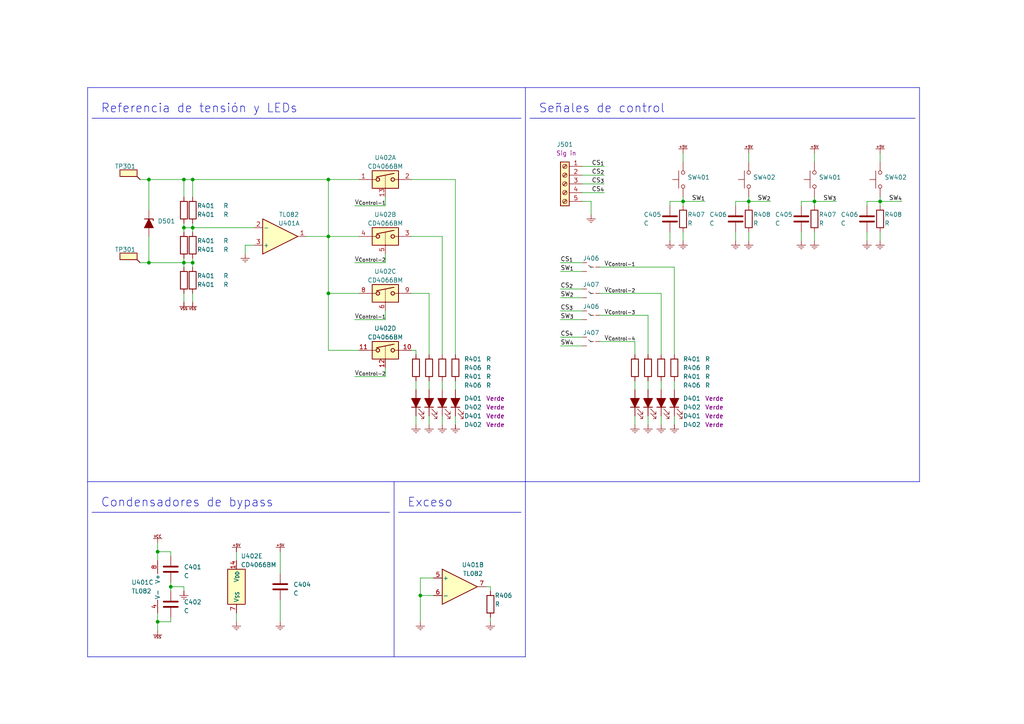
<source format=kicad_sch>
(kicad_sch (version 20230121) (generator eeschema)
  (paper "A4")
  (title_block (title "EQM Lab PCB - 1") (date "2023-04-14") (rev "V0.1-Alpha") (company "JSM - ETSE-UV") (comment 1 "Referencia de tensión y LEDs"))
  (lib_symbols
    (symbol "Amplifier_Operational:TL082" (pin_names (offset 0.127))
      (property "Reference" "U" (at 0 5.08 0))
      (property "Value" "TL082" (at 0 -5.08 0))
      (symbol "TL082_1_1"
        (polyline (pts (xy -5.08 5.08) (xy 5.08 0) (xy -5.08 -5.08) (xy -5.08 5.08)) (stroke (width 0.254)) (fill (type background)))
        (pin output line (at 7.62 0 180) (length 2.54) (name "~") (number "1"))
        (pin input line (at -7.62 -2.54 0) (length 2.54) (name "-") (number "2"))
        (pin input line (at -7.62 2.54 0) (length 2.54) (name "+") (number "3"))
      )
      (symbol "TL082_2_1"
        (polyline (pts (xy -5.08 5.08) (xy 5.08 0) (xy -5.08 -5.08) (xy -5.08 5.08)) (stroke (width 0.254)) (fill (type background)))
        (pin input line (at -7.62 2.54 0) (length 2.54) (name "+") (number "5"))
        (pin input line (at -7.62 -2.54 0) (length 2.54) (name "-") (number "6"))
        (pin output line (at 7.62 0 180) (length 2.54) (name "~") (number "7"))
      )
      (symbol "TL082_3_1"
        (pin power_in line (at -2.54 -7.62 90) (length 3.81) (name "V-") (number "4"))
        (pin power_in line (at -2.54 7.62 270) (length 3.81) (name "V+") (number "8"))
      )
    )
    (symbol "Analog_Switch:CD4066BM"
      (property "Reference" "U" (at -5.08 3.81 0))
      (property "Value" "CD4066BM" (at 7.62 3.81 0))
      (symbol "CD4066BM_1_1"
        (rectangle (start -3.81 2.54) (end 3.81 -2.54) (stroke (width 0.254)) (fill (type background)))
        (circle (center -2.159 0) (radius 0.508) (stroke (width 0.254)))
        (polyline (pts (xy -5.08 0) (xy -2.794 0)))
        (polyline (pts (xy -2.54 0.762) (xy 2.54 1.778)) (stroke (width 0.254)))
        (polyline (pts (xy 0 -2.54) (xy 0 -2.032)))
        (polyline (pts (xy 0 -1.778) (xy 0 -1.524)))
        (polyline (pts (xy 0 -1.27) (xy 0 -1.016)))
        (polyline (pts (xy 0 -0.762) (xy 0 -0.508)))
        (polyline (pts (xy 0 -0.254) (xy 0 0)))
        (polyline (pts (xy 0 0.254) (xy 0 0.508)))
        (polyline (pts (xy 0 0.762) (xy 0 1.016)))
        (polyline (pts (xy 5.08 0) (xy 2.794 0)))
        (circle (center 2.159 0) (radius 0.508) (stroke (width 0.254)))
        (pin bidirectional line (at -7.62 0 0) (length 2.54) (name "~") (number "1"))
        (pin input line (at 0 -5.08 90) (length 2.54) (name "~") (number "13"))
        (pin bidirectional line (at 7.62 0 180) (length 2.54) (name "~") (number "2"))
      )
      (symbol "CD4066BM_2_1"
        (rectangle (start -3.81 2.54) (end 3.81 -2.54) (stroke (width 0.254)) (fill (type background)))
        (circle (center -2.159 0) (radius 0.508) (stroke (width 0.254)))
        (polyline (pts (xy -5.08 0) (xy -2.794 0)))
        (polyline (pts (xy -2.54 0.762) (xy 2.54 1.778)) (stroke (width 0.254)))
        (polyline (pts (xy 0 -2.54) (xy 0 -2.032)))
        (polyline (pts (xy 0 -1.778) (xy 0 -1.524)))
        (polyline (pts (xy 0 -1.27) (xy 0 -1.016)))
        (polyline (pts (xy 0 -0.762) (xy 0 -0.508)))
        (polyline (pts (xy 0 -0.254) (xy 0 0)))
        (polyline (pts (xy 0 0.254) (xy 0 0.508)))
        (polyline (pts (xy 0 0.762) (xy 0 1.016)))
        (polyline (pts (xy 5.08 0) (xy 2.794 0)))
        (circle (center 2.159 0) (radius 0.508) (stroke (width 0.254)))
        (pin bidirectional line (at 7.62 0 180) (length 2.54) (name "~") (number "3"))
        (pin bidirectional line (at -7.62 0 0) (length 2.54) (name "~") (number "4"))
        (pin input line (at 0 -5.08 90) (length 2.54) (name "~") (number "5"))
      )
      (symbol "CD4066BM_3_1"
        (rectangle (start -3.81 2.54) (end 3.81 -2.54) (stroke (width 0.254)) (fill (type background)))
        (circle (center -2.159 0) (radius 0.508) (stroke (width 0.254)))
        (polyline (pts (xy -5.08 0) (xy -2.794 0)))
        (polyline (pts (xy -2.54 0.762) (xy 2.54 1.778)) (stroke (width 0.254)))
        (polyline (pts (xy 0 -2.54) (xy 0 -2.032)))
        (polyline (pts (xy 0 -1.778) (xy 0 -1.524)))
        (polyline (pts (xy 0 -1.27) (xy 0 -1.016)))
        (polyline (pts (xy 0 -0.762) (xy 0 -0.508)))
        (polyline (pts (xy 0 -0.254) (xy 0 0)))
        (polyline (pts (xy 0 0.254) (xy 0 0.508)))
        (polyline (pts (xy 0 0.762) (xy 0 1.016)))
        (polyline (pts (xy 5.08 0) (xy 2.794 0)))
        (circle (center 2.159 0) (radius 0.508) (stroke (width 0.254)))
        (pin input line (at 0 -5.08 90) (length 2.54) (name "~") (number "6"))
        (pin bidirectional line (at -7.62 0 0) (length 2.54) (name "~") (number "8"))
        (pin bidirectional line (at 7.62 0 180) (length 2.54) (name "~") (number "9"))
      )
      (symbol "CD4066BM_4_1"
        (rectangle (start -3.81 2.54) (end 3.81 -2.54) (stroke (width 0.254)) (fill (type background)))
        (circle (center -2.159 0) (radius 0.508) (stroke (width 0.254)))
        (polyline (pts (xy -5.08 0) (xy -2.794 0)))
        (polyline (pts (xy -2.54 0.762) (xy 2.54 1.778)) (stroke (width 0.254)))
        (polyline (pts (xy 0 -2.54) (xy 0 -2.032)))
        (polyline (pts (xy 0 -1.778) (xy 0 -1.524)))
        (polyline (pts (xy 0 -1.27) (xy 0 -1.016)))
        (polyline (pts (xy 0 -0.762) (xy 0 -0.508)))
        (polyline (pts (xy 0 -0.254) (xy 0 0)))
        (polyline (pts (xy 0 0.254) (xy 0 0.508)))
        (polyline (pts (xy 0 0.762) (xy 0 1.016)))
        (polyline (pts (xy 5.08 0) (xy 2.794 0)))
        (circle (center 2.159 0) (radius 0.508) (stroke (width 0.254)))
        (pin bidirectional line (at 7.62 0 180) (length 2.54) (name "~") (number "10"))
        (pin bidirectional line (at -7.62 0 0) (length 2.54) (name "~") (number "11"))
        (pin input line (at 0 -5.08 90) (length 2.54) (name "~") (number "12"))
      )
      (symbol "CD4066BM_5_1"
        (rectangle (start -2.54 5.08) (end 2.54 -5.08) (stroke (width 0.254)) (fill (type background)))
        (pin power_in line (at 0 7.62 270) (length 2.54) (name "V_{DD}") (number "14"))
        (pin power_in line (at 0 -7.62 90) (length 2.54) (name "V_{SS}") (number "7"))
      )
    )
    (symbol "CPower:#GND" (power) (pin_numbers hide) (pin_names (offset 0) hide) (in_bom no) (on_board no)
      (symbol "#GND_0_0"
        (polyline (pts (xy -1.27 -1.27) (xy 1.27 -1.27)) (fill (type background)))
        (polyline (pts (xy -0.762 -1.778) (xy 0.762 -1.778)) (fill (type background)))
        (polyline (pts (xy -0.254 -2.286) (xy 0.254 -2.286)) (fill (type background)))
      )
      (symbol "#GND_1_1"
        (pin power_in line (at 0 0 270) (length 1.27) (name "GND") (number "1"))
      )
    )
    (symbol "CPower:#VSS" (power) (pin_numbers hide) (pin_names (offset 0) hide) (in_bom no) (on_board no)
      (symbol "#VSS_0_1"
        (polyline (pts (xy -1.27 1.27) (xy 1.27 1.27)))
      )
      (symbol "#VSS_1_1"
        (text "VSS" (at 0 1.905 0) (effects (font (size 0.75 0.75))))
        (pin power_in line (at 0 0 90) (length 1.27) (name "") (number ""))
      )
    )
    (symbol "CPower:+5V" (power) (pin_numbers hide) (pin_names (offset 0) hide) (in_bom no) (on_board no)
      (symbol "+5V_0_1"
        (polyline (pts (xy -1.27 0) (xy 1.27 0)))
      )
      (symbol "+5V_1_1"
        (text "+5V" (at 0 0.635 0) (effects (font (size 0.75 0.75))))
        (pin power_in line (at 0 -1.27 90) (length 1.27) (name "") (number ""))
      )
    )
    (symbol "CPower:VCC" (power) (pin_numbers hide) (pin_names (offset 0) hide) (in_bom no) (on_board no)
      (symbol "VCC_0_1"
        (polyline (pts (xy -1.27 0) (xy 1.27 0)))
      )
      (symbol "VCC_1_1"
        (text "VCC" (at 0 0.635 0) (effects (font (size 0.75 0.75))))
        (pin power_in line (at 0 -1.27 90) (length 1.27) (name "") (number ""))
      )
    )
    (symbol "Cmisc:Jumper_3" (pin_numbers hide) (pin_names (offset 0) hide)
      (property "Reference" "J" (at 1.27 -2.54 0))
      (symbol "Jumper_3_0_1"
        (polyline (pts (xy -0.762 0) (xy 0 0) (xy 0.762 0.508)))
      )
      (symbol "Jumper_3_1_1"
        (pin bidirectional line (at -2.54 0 0) (length 1.27) (name "") (number "1"))
        (pin bidirectional line (at 2.54 1.27 180) (length 1.27) (name "") (number "2"))
        (pin bidirectional line (at 2.54 -1.27 180) (length 1.27) (name "") (number "3"))
      )
    )
    (symbol "Connector:Screw_Terminal_01x05" (pin_names (offset 1.016) hide)
      (property "Reference" "J" (at 0 7.62 0))
      (property "Value" "Screw_Terminal_01x05" (at 0 -7.62 0))
      (symbol "Screw_Terminal_01x05_1_1"
        (rectangle (start -1.27 6.35) (end 1.27 -6.35) (stroke (width 0.254)) (fill (type background)))
        (circle (center 0 -5.08) (radius 0.635) (stroke (width 0.1524)))
        (circle (center 0 -2.54) (radius 0.635) (stroke (width 0.1524)))
        (polyline (pts (xy -0.5334 -4.7498) (xy 0.3302 -5.588)) (stroke (width 0.1524)))
        (polyline (pts (xy -0.5334 -2.2098) (xy 0.3302 -3.048)) (stroke (width 0.1524)))
        (polyline (pts (xy -0.5334 0.3302) (xy 0.3302 -0.508)) (stroke (width 0.1524)))
        (polyline (pts (xy -0.5334 2.8702) (xy 0.3302 2.032)) (stroke (width 0.1524)))
        (polyline (pts (xy -0.5334 5.4102) (xy 0.3302 4.572)) (stroke (width 0.1524)))
        (polyline (pts (xy -0.3556 -4.572) (xy 0.508 -5.4102)) (stroke (width 0.1524)))
        (polyline (pts (xy -0.3556 -2.032) (xy 0.508 -2.8702)) (stroke (width 0.1524)))
        (polyline (pts (xy -0.3556 0.508) (xy 0.508 -0.3302)) (stroke (width 0.1524)))
        (polyline (pts (xy -0.3556 3.048) (xy 0.508 2.2098)) (stroke (width 0.1524)))
        (polyline (pts (xy -0.3556 5.588) (xy 0.508 4.7498)) (stroke (width 0.1524)))
        (circle (center 0 0) (radius 0.635) (stroke (width 0.1524)))
        (circle (center 0 2.54) (radius 0.635) (stroke (width 0.1524)))
        (circle (center 0 5.08) (radius 0.635) (stroke (width 0.1524)))
        (pin passive line (at -5.08 5.08 0) (length 3.81) (name "Pin_1") (number "1"))
        (pin passive line (at -5.08 2.54 0) (length 3.81) (name "Pin_2") (number "2"))
        (pin passive line (at -5.08 0 0) (length 3.81) (name "Pin_3") (number "3"))
        (pin passive line (at -5.08 -2.54 0) (length 3.81) (name "Pin_4") (number "4"))
        (pin passive line (at -5.08 -5.08 0) (length 3.81) (name "Pin_5") (number "5"))
      )
    )
    (symbol "Connector:TestPoint_Flag" (pin_numbers hide) (pin_names (offset 0.762) hide)
      (property "Reference" "TP" (at 3.429 1.778 0))
      (property "Value" "TestPoint_Flag" (at 3.302 4.191 0))
      (symbol "TestPoint_Flag_0_1"
        (polyline (pts (xy 0 0) (xy 0.889 0.889)) (stroke (width 0.254)))
        (rectangle (start 0.889 2.794) (end 5.842 0.889) (stroke (width 0.254)) (fill (type background)))
      )
      (symbol "TestPoint_Flag_1_1"
        (pin passive line (at 0 0 90) (length 0) (name "1") (number "1"))
      )
    )
    (symbol "Device:C" (pin_numbers hide) (pin_names (offset 0.254))
      (property "Reference" "C" (at 0.635 2.54 0))
      (property "Value" "C" (at 0.635 -2.54 0))
      (symbol "C_0_1"
        (polyline (pts (xy -2.032 -0.762) (xy 2.032 -0.762)) (stroke (width 0.508)))
        (polyline (pts (xy -2.032 0.762) (xy 2.032 0.762)) (stroke (width 0.508)))
      )
      (symbol "C_1_1"
        (pin passive line (at 0 3.81 270) (length 2.794) (name "~") (number "1"))
        (pin passive line (at 0 -3.81 90) (length 2.794) (name "~") (number "2"))
      )
    )
    (symbol "Device:D_Zener_Filled" (pin_numbers hide) (pin_names (offset 1.016) hide)
      (property "Reference" "D" (at 0 2.54 0))
      (property "Value" "D_Zener_Filled" (at 0 -2.54 0))
      (symbol "D_Zener_Filled_0_1"
        (polyline (pts (xy 1.27 0) (xy -1.27 0)))
        (polyline (pts (xy -1.27 -1.27) (xy -1.27 1.27) (xy -0.762 1.27)) (stroke (width 0.254)))
        (polyline (pts (xy 1.27 -1.27) (xy 1.27 1.27) (xy -1.27 0) (xy 1.27 -1.27)) (stroke (width 0.254)) (fill (type outline)))
      )
      (symbol "D_Zener_Filled_1_1"
        (pin passive line (at -3.81 0 0) (length 2.54) (name "K") (number "1"))
        (pin passive line (at 3.81 0 180) (length 2.54) (name "A") (number "2"))
      )
    )
    (symbol "Device:LED_Filled" (pin_numbers hide) (pin_names (offset 1.016) hide)
      (property "Reference" "D" (at 0 2.54 0))
      (property "Value" "LED_Filled" (at 0 -2.54 0))
      (symbol "LED_Filled_0_1"
        (polyline (pts (xy -1.27 -1.27) (xy -1.27 1.27)) (stroke (width 0.254)))
        (polyline (pts (xy -1.27 0) (xy 1.27 0)))
        (polyline (pts (xy 1.27 -1.27) (xy 1.27 1.27) (xy -1.27 0) (xy 1.27 -1.27)) (stroke (width 0.254)) (fill (type outline)))
        (polyline (pts (xy -3.048 -0.762) (xy -4.572 -2.286) (xy -3.81 -2.286) (xy -4.572 -2.286) (xy -4.572 -1.524)))
        (polyline (pts (xy -1.778 -0.762) (xy -3.302 -2.286) (xy -2.54 -2.286) (xy -3.302 -2.286) (xy -3.302 -1.524)))
      )
      (symbol "LED_Filled_1_1"
        (pin passive line (at -3.81 0 0) (length 2.54) (name "K") (number "1"))
        (pin passive line (at 3.81 0 180) (length 2.54) (name "A") (number "2"))
      )
    )
    (symbol "Device:R" (pin_numbers hide) (pin_names (offset 0))
      (property "Reference" "R" (at 2.032 0 90))
      (property "Value" "R" (at 0 0 90))
      (symbol "R_0_1"
        (rectangle (start -1.016 -2.54) (end 1.016 2.54) (stroke (width 0.254)))
      )
      (symbol "R_1_1"
        (pin passive line (at 0 3.81 270) (length 1.27) (name "~") (number "1"))
        (pin passive line (at 0 -3.81 90) (length 1.27) (name "~") (number "2"))
      )
    )
    (symbol "Switch:SW_Push" (pin_numbers hide) (pin_names (offset 1.016) hide)
      (property "Reference" "SW" (at 1.27 2.54 0))
      (property "Value" "SW_Push" (at 0 -1.524 0))
      (symbol "SW_Push_0_1"
        (circle (center -2.032 0) (radius 0.508))
        (polyline (pts (xy 0 1.27) (xy 0 3.048)))
        (polyline (pts (xy 2.54 1.27) (xy -2.54 1.27)))
        (circle (center 2.032 0) (radius 0.508))
        (pin passive line (at -5.08 0 0) (length 2.54) (name "1") (number "1"))
        (pin passive line (at 5.08 0 180) (length 2.54) (name "2") (number "2"))
      )
    )
  )
  (junction (at 95.25 52.07))
  (junction (at 217.17 58.42))
  (junction (at 45.72 160.02))
  (junction (at 53.34 76.2))
  (junction (at 53.34 52.07))
  (junction (at 198.12 58.42))
  (junction (at 43.18 52.07))
  (junction (at 95.25 68.58))
  (junction (at 95.25 85.09))
  (junction (at 55.88 66.04))
  (junction (at 121.92 172.72))
  (junction (at 43.18 76.2))
  (junction (at 53.34 66.04))
  (junction (at 236.22 58.42))
  (junction (at 55.88 52.07))
  (junction (at 45.72 180.34))
  (junction (at 55.88 76.2))
  (junction (at 49.53 170.18))
  (junction (at 255.27 58.42))
  (wire (pts (xy 255.27 67.31) (xy 255.27 69.85)))
  (wire (pts (xy 121.92 172.72) (xy 121.92 180.34)))
  (wire (pts (xy 88.9 68.58) (xy 95.25 68.58)))
  (polyline (pts (xy 25.4 139.7) (xy 266.7 139.7)))
  (wire (pts (xy 142.24 170.18) (xy 140.97 170.18)))
  (wire (pts (xy 213.36 59.69) (xy 213.36 58.42)))
  (wire (pts (xy 124.46 85.09) (xy 124.46 102.87)))
  (wire (pts (xy 45.72 180.34) (xy 45.72 182.88)))
  (wire (pts (xy 53.34 66.04) (xy 55.88 66.04)))
  (wire (pts (xy 168.91 58.42) (xy 171.45 58.42)))
  (wire (pts (xy 162.56 86.36) (xy 168.91 86.36)))
  (wire (pts (xy 40.64 52.07) (xy 43.18 52.07)))
  (wire (pts (xy 195.58 120.65) (xy 195.58 123.19)))
  (wire (pts (xy 168.91 55.88) (xy 175.26 55.88)))
  (wire (pts (xy 194.31 67.31) (xy 194.31 69.85)))
  (wire (pts (xy 217.17 58.42) (xy 223.52 58.42)))
  (wire (pts (xy 168.91 48.26) (xy 175.26 48.26)))
  (wire (pts (xy 53.34 171.45) (xy 53.34 170.18)))
  (wire (pts (xy 49.53 161.29) (xy 49.53 160.02)))
  (wire (pts (xy 142.24 179.07) (xy 142.24 180.34)))
  (wire (pts (xy 198.12 58.42) (xy 198.12 59.69)))
  (polyline (pts (xy 152.4 190.5) (xy 152.4 139.7)))
  (wire (pts (xy 142.24 170.18) (xy 142.24 171.45)))
  (wire (pts (xy 171.45 58.42) (xy 171.45 62.23)))
  (wire (pts (xy 184.15 110.49) (xy 184.15 113.03)))
  (wire (pts (xy 55.88 76.2) (xy 55.88 77.47)))
  (wire (pts (xy 55.88 52.07) (xy 53.34 52.07)))
  (wire (pts (xy 173.99 91.44) (xy 187.96 91.44)))
  (wire (pts (xy 95.25 85.09) (xy 104.14 85.09)))
  (wire (pts (xy 255.27 58.42) (xy 255.27 59.69)))
  (wire (pts (xy 55.88 66.04) (xy 55.88 67.31)))
  (wire (pts (xy 55.88 52.07) (xy 55.88 57.15)))
  (wire (pts (xy 68.58 160.02) (xy 68.58 162.56)))
  (wire (pts (xy 128.27 110.49) (xy 128.27 113.03)))
  (wire (pts (xy 217.17 67.31) (xy 217.17 69.85)))
  (wire (pts (xy 104.14 68.58) (xy 95.25 68.58)))
  (wire (pts (xy 184.15 120.65) (xy 184.15 123.19)))
  (wire (pts (xy 173.99 99.06) (xy 184.15 99.06)))
  (wire (pts (xy 119.38 85.09) (xy 124.46 85.09)))
  (wire (pts (xy 124.46 120.65) (xy 124.46 123.19)))
  (wire (pts (xy 162.56 100.33) (xy 168.91 100.33)))
  (polyline (pts (xy 114.3 139.7) (xy 114.3 190.5)))
  (wire (pts (xy 124.46 110.49) (xy 124.46 113.03)))
  (wire (pts (xy 43.18 68.58) (xy 43.18 76.2)))
  (wire (pts (xy 128.27 68.58) (xy 128.27 102.87)))
  (wire (pts (xy 173.99 85.09) (xy 191.77 85.09)))
  (polyline (pts (xy 152.4 25.4) (xy 152.4 139.7)))
  (wire (pts (xy 111.76 57.15) (xy 111.76 59.69)))
  (wire (pts (xy 102.87 109.22) (xy 111.76 109.22)))
  (wire (pts (xy 191.77 85.09) (xy 191.77 102.87)))
  (wire (pts (xy 187.96 91.44) (xy 187.96 102.87)))
  (wire (pts (xy 217.17 44.45) (xy 217.17 46.99)))
  (wire (pts (xy 53.34 76.2) (xy 53.34 74.93)))
  (wire (pts (xy 121.92 167.64) (xy 121.92 172.72)))
  (wire (pts (xy 95.25 101.6) (xy 104.14 101.6)))
  (wire (pts (xy 53.34 66.04) (xy 53.34 67.31)))
  (wire (pts (xy 43.18 76.2) (xy 53.34 76.2)))
  (wire (pts (xy 43.18 52.07) (xy 43.18 60.96)))
  (wire (pts (xy 49.53 180.34) (xy 49.53 179.07)))
  (wire (pts (xy 111.76 106.68) (xy 111.76 109.22)))
  (wire (pts (xy 168.91 92.71) (xy 162.56 92.71)))
  (wire (pts (xy 198.12 67.31) (xy 198.12 69.85)))
  (wire (pts (xy 168.91 76.2) (xy 162.56 76.2)))
  (wire (pts (xy 81.28 173.99) (xy 81.28 180.34)))
  (polyline (pts (xy 266.7 139.7) (xy 266.7 25.4)))
  (wire (pts (xy 111.76 73.66) (xy 111.76 76.2)))
  (wire (pts (xy 195.58 77.47) (xy 195.58 102.87)))
  (wire (pts (xy 53.34 85.09) (xy 53.34 87.63)))
  (wire (pts (xy 45.72 157.48) (xy 45.72 160.02)))
  (polyline (pts (xy 26.67 34.29) (xy 151.13 34.29)))
  (wire (pts (xy 95.25 52.07) (xy 55.88 52.07)))
  (wire (pts (xy 132.08 52.07) (xy 132.08 102.87)))
  (wire (pts (xy 194.31 58.42) (xy 198.12 58.42)))
  (wire (pts (xy 104.14 52.07) (xy 95.25 52.07)))
  (wire (pts (xy 191.77 120.65) (xy 191.77 123.19)))
  (wire (pts (xy 187.96 110.49) (xy 187.96 113.03)))
  (wire (pts (xy 195.58 110.49) (xy 195.58 113.03)))
  (wire (pts (xy 198.12 58.42) (xy 204.47 58.42)))
  (wire (pts (xy 168.91 90.17) (xy 162.56 90.17)))
  (wire (pts (xy 68.58 177.8) (xy 68.58 180.34)))
  (wire (pts (xy 198.12 44.45) (xy 198.12 46.99)))
  (wire (pts (xy 168.91 50.8) (xy 175.26 50.8)))
  (wire (pts (xy 53.34 76.2) (xy 55.88 76.2)))
  (wire (pts (xy 213.36 58.42) (xy 217.17 58.42)))
  (polyline (pts (xy 25.4 139.7) (xy 25.4 190.5)))
  (wire (pts (xy 162.56 97.79) (xy 168.91 97.79)))
  (wire (pts (xy 53.34 64.77) (xy 53.34 66.04)))
  (wire (pts (xy 45.72 177.8) (xy 45.72 180.34)))
  (wire (pts (xy 102.87 92.71) (xy 111.76 92.71)))
  (wire (pts (xy 111.76 90.17) (xy 111.76 92.71)))
  (wire (pts (xy 71.12 71.12) (xy 73.66 71.12)))
  (wire (pts (xy 55.88 74.93) (xy 55.88 76.2)))
  (wire (pts (xy 49.53 170.18) (xy 49.53 171.45)))
  (wire (pts (xy 55.88 64.77) (xy 55.88 66.04)))
  (wire (pts (xy 255.27 44.45) (xy 255.27 46.99)))
  (wire (pts (xy 95.25 85.09) (xy 95.25 101.6)))
  (wire (pts (xy 255.27 58.42) (xy 261.62 58.42)))
  (wire (pts (xy 162.56 83.82) (xy 168.91 83.82)))
  (wire (pts (xy 102.87 76.2) (xy 111.76 76.2)))
  (wire (pts (xy 128.27 120.65) (xy 128.27 123.19)))
  (wire (pts (xy 232.41 58.42) (xy 236.22 58.42)))
  (wire (pts (xy 53.34 76.2) (xy 53.34 77.47)))
  (wire (pts (xy 236.22 44.45) (xy 236.22 46.99)))
  (wire (pts (xy 121.92 172.72) (xy 125.73 172.72)))
  (wire (pts (xy 232.41 59.69) (xy 232.41 58.42)))
  (wire (pts (xy 255.27 57.15) (xy 255.27 58.42)))
  (wire (pts (xy 81.28 160.02) (xy 81.28 166.37)))
  (wire (pts (xy 95.25 68.58) (xy 95.25 85.09)))
  (wire (pts (xy 120.65 120.65) (xy 120.65 123.19)))
  (wire (pts (xy 55.88 85.09) (xy 55.88 87.63)))
  (polyline (pts (xy 265.43 34.29) (xy 153.67 34.29)))
  (wire (pts (xy 236.22 57.15) (xy 236.22 58.42)))
  (wire (pts (xy 53.34 52.07) (xy 43.18 52.07)))
  (wire (pts (xy 168.91 78.74) (xy 162.56 78.74)))
  (wire (pts (xy 120.65 110.49) (xy 120.65 113.03)))
  (wire (pts (xy 40.64 76.2) (xy 43.18 76.2)))
  (wire (pts (xy 217.17 58.42) (xy 217.17 59.69)))
  (wire (pts (xy 95.25 52.07) (xy 95.25 68.58)))
  (wire (pts (xy 55.88 66.04) (xy 73.66 66.04)))
  (wire (pts (xy 132.08 120.65) (xy 132.08 123.19)))
  (wire (pts (xy 173.99 77.47) (xy 195.58 77.47)))
  (wire (pts (xy 187.96 120.65) (xy 187.96 123.19)))
  (wire (pts (xy 191.77 110.49) (xy 191.77 113.03)))
  (wire (pts (xy 194.31 59.69) (xy 194.31 58.42)))
  (wire (pts (xy 232.41 67.31) (xy 232.41 69.85)))
  (polyline (pts (xy 26.67 148.59) (xy 113.03 148.59)))
  (polyline (pts (xy 115.57 148.59) (xy 151.13 148.59)))
  (polyline (pts (xy 25.4 25.4) (xy 25.4 139.7)))
  (wire (pts (xy 53.34 52.07) (xy 53.34 57.15)))
  (wire (pts (xy 213.36 67.31) (xy 213.36 69.85)))
  (wire (pts (xy 45.72 160.02) (xy 45.72 162.56)))
  (wire (pts (xy 251.46 59.69) (xy 251.46 58.42)))
  (wire (pts (xy 236.22 58.42) (xy 236.22 59.69)))
  (wire (pts (xy 198.12 57.15) (xy 198.12 58.42)))
  (wire (pts (xy 251.46 67.31) (xy 251.46 69.85)))
  (wire (pts (xy 236.22 58.42) (xy 242.57 58.42)))
  (wire (pts (xy 49.53 160.02) (xy 45.72 160.02)))
  (wire (pts (xy 132.08 110.49) (xy 132.08 113.03)))
  (wire (pts (xy 184.15 99.06) (xy 184.15 102.87)))
  (wire (pts (xy 251.46 58.42) (xy 255.27 58.42)))
  (wire (pts (xy 53.34 170.18) (xy 49.53 170.18)))
  (wire (pts (xy 102.87 59.69) (xy 111.76 59.69)))
  (wire (pts (xy 49.53 168.91) (xy 49.53 170.18)))
  (polyline (pts (xy 25.4 25.4) (xy 266.7 25.4)))
  (wire (pts (xy 236.22 67.31) (xy 236.22 69.85)))
  (wire (pts (xy 119.38 101.6) (xy 120.65 101.6)))
  (wire (pts (xy 217.17 57.15) (xy 217.17 58.42)))
  (polyline (pts (xy 25.4 190.5) (xy 152.4 190.5)))
  (wire (pts (xy 168.91 53.34) (xy 175.26 53.34)))
  (wire (pts (xy 120.65 101.6) (xy 120.65 102.87)))
  (wire (pts (xy 71.12 73.66) (xy 71.12 71.12)))
  (wire (pts (xy 119.38 68.58) (xy 128.27 68.58)))
  (wire (pts (xy 119.38 52.07) (xy 132.08 52.07)))
  (wire (pts (xy 45.72 180.34) (xy 49.53 180.34)))
  (wire (pts (xy 121.92 167.64) (xy 125.73 167.64)))
  (text "Condensadores de bypass" (at 29.21 147.32 0) (effects (font (size 2.54 2.54)) (justify left bottom)))
  (text "Referencia de tensión y LEDs" (at 29.21 33.02 0) (effects (font (size 2.54 2.54)) (justify left bottom)))
  (text "Señales de control" (at 156.21 33.02 0) (effects (font (size 2.54 2.54)) (justify left bottom)))
  (text "Exceso" (at 118.11 147.32 0) (effects (font (size 2.54 2.54)) (justify left bottom)))
  (label "V_{Control-4}" (at 175.26 99.06 0))
  (label "V_{Control-2}" (at 102.87 109.22 0))
  (label "CS_{2}" (at 162.56 83.82 0))
  (label "SW_{2}" (at 162.56 86.36 0))
  (label "SW_{3}" (at 242.57 58.42 180))
  (label "CS_{1}" (at 175.26 48.26 180))
  (label "V_{Control-1}" (at 175.26 77.47 0))
  (label "SW_{1}" (at 162.56 78.74 0))
  (label "V_{Control-2}" (at 175.26 85.09 0))
  (label "SW_{2}" (at 223.52 58.42 180))
  (label "V_{Control-3}" (at 175.26 91.44 0))
  (label "CS_{1}" (at 162.56 76.2 0))
  (label "V_{Control-1}" (at 102.87 59.69 0))
  (label "CS_{4}" (at 162.56 97.79 0))
  (label "SW_{3}" (at 162.56 92.71 0))
  (label "CS_{2}" (at 175.26 50.8 180))
  (label "V_{Control-2}" (at 102.87 76.2 0))
  (label "SW_{1}" (at 204.47 58.42 180))
  (label "CS_{3}" (at 162.56 90.17 0))
  (label "CS_{4}" (at 175.26 55.88 180))
  (label "V_{Control-1}" (at 102.87 92.71 0))
  (label "SW_{4}" (at 261.62 58.42 180))
  (label "SW_{4}" (at 162.56 100.33 0))
  (label "CS_{3}" (at 175.26 53.34 180))
  (symbol (lib_id "Device:C") (at 232.41 63.5 0) (unit 1)
    (property "Reference" "C405" (at 224.79 62.23 0) (effects (justify left)))
    (property "Value" "C" (at 224.79 64.77 0) (effects (justify left)))
    (instances (project "EQM_1" (path "" (reference "C405") (unit 1)) (path "" (reference "C503") (unit 1))))
  )
  (symbol (lib_id "CPower:#VSS") (at 53.34 87.63 180) (unit 1) (in_bom no) (on_board no)
    (property "Reference" "#VSS0401" (effects hide))
    (property "Value" "#VSS" (effects hide))
    (instances (project "EQM_1" (path "" (reference "#VSS0401") (unit 1)) (path "" (reference "#VSS0501") (unit 1))))
  )
  (symbol (lib_id "Cmisc:Jumper_3") (at 171.45 99.06 0) (mirror y) (unit 1)
    (property "Reference" "J407" (at 171.45 96.52 0))
    (property "Value" "~" (at 171.45 99.06 0))
    (instances (project "EQM_1" (path "" (reference "J407") (unit 1)) (path "" (reference "J505") (unit 1))))
  )
  (symbol (lib_id "Device:R") (at 217.17 63.5 0) (unit 1)
    (property "Reference" "R408" (at 220.98 62.23 0))
    (property "Value" "R" (at 218.44 64.77 0) (effects (justify left)))
    (instances (project "EQM_1" (path "" (reference "R408") (unit 1)) (path "" (reference "R504") (unit 1))))
  )
  (symbol (lib_id "Switch:SW_Push") (at 198.12 52.07 90) (unit 1)
    (property "Reference" "SW401" (at 199.39 51.435 90) (effects (justify right)))
    (property "Value" "SW_Push" (effects hide))
    (instances (project "EQM_1" (path "" (reference "SW401") (unit 1)) (path "" (reference "SW501") (unit 1))))
  )
  (symbol (lib_id "Device:R") (at 53.34 71.12 0) (unit 1)
    (property "Reference" "R401" (at 59.69 69.85 0))
    (property "Value" "R" (at 64.77 69.85 0) (effects (justify left)))
    (instances (project "EQM_1" (path "" (reference "R401") (unit 1)) (path "" (reference "R507") (unit 1))))
  )
  (symbol (lib_id "Amplifier_Operational:TL082") (at 81.28 68.58 0) (mirror x) (unit 1)
    (property "Reference" "U401" (at 83.82 64.77 0))
    (property "Value" "TL082" (at 83.82 62.23 0))
    (property "Datasheet" "http://www.ti.com/lit/ds/symlink/tl081.pdf" (effects hide))
    (instances (project "EQM_1" (path "" (reference "U401") (unit 1)) (path "" (reference "U502") (unit 1))))
  )
  (symbol (lib_id "Device:C") (at 49.53 165.1 0) (unit 1)
    (property "Reference" "C401" (at 53.34 164.465 0) (effects (justify left)))
    (property "Value" "C" (at 53.34 167.005 0) (effects (justify left)))
    (instances (project "EQM_1" (path "" (reference "C401") (unit 1)) (path "" (reference "C505") (unit 1))))
  )
  (symbol (lib_id "Device:R") (at 124.46 106.68 0) (unit 1)
    (property "Reference" "R406" (at 137.16 106.68 0))
    (property "Value" "R" (at 140.97 106.68 0) (effects (justify left)))
    (instances (project "EQM_1" (path "" (reference "R406") (unit 1)) (path "" (reference "R512") (unit 1))))
  )
  (symbol (lib_id "CPower:#GND") (at 255.27 69.85 0) (unit 1) (in_bom no) (on_board no)
    (property "Reference" "gnd0415" (effects hide))
    (property "Value" "#GND" (effects hide))
    (instances (project "EQM_1" (path "" (reference "gnd0415") (unit 1)) (path "" (reference "#gnd0509") (unit 1))))
  )
  (symbol (lib_id "CPower:#GND") (at 81.28 180.34 0) (unit 1) (in_bom no) (on_board no)
    (property "Reference" "gnd0408" (effects hide))
    (property "Value" "#GND" (effects hide))
    (instances (project "EQM_1" (path "" (reference "gnd0408") (unit 1)) (path "" (reference "#gnd0521") (unit 1))))
  )
  (symbol (lib_id "Device:LED_Filled") (at 195.58 116.84 90) (unit 1)
    (property "Reference" "D402" (at 198.12 123.19 90) (effects (justify right)))
    (property "Value" "LED_Filled" (effects hide))
    (property "Color" "Verde" (at 204.47 123.19 90) (effects (justify right)))
    (instances (project "EQM_1" (path "" (reference "D402") (unit 1)) (path "" (reference "D509") (unit 1))))
  )
  (symbol (lib_id "CPower:#GND") (at 71.12 73.66 0) (unit 1) (in_bom no) (on_board no)
    (property "Reference" "gnd0401" (effects hide))
    (property "Value" "#GND" (effects hide))
    (instances (project "EQM_1" (path "" (reference "gnd0401") (unit 1)) (path "" (reference "#gnd0510") (unit 1))))
  )
  (symbol (lib_id "Device:LED_Filled") (at 128.27 116.84 90) (unit 1)
    (property "Reference" "D401" (at 134.62 120.65 90) (effects (justify right)))
    (property "Value" "LED_Filled" (effects hide))
    (property "Color" "Verde" (at 140.97 120.65 90) (effects (justify right)))
    (instances (project "EQM_1" (path "" (reference "D401") (unit 1)) (path "" (reference "D504") (unit 1))))
  )
  (symbol (lib_id "CPower:+5V") (at 81.28 158.75 0) (unit 1) (in_bom no) (on_board no)
    (property "Reference" "#+5V0402" (effects hide))
    (property "Value" "+5V" (effects hide))
    (instances (project "EQM_1" (path "" (reference "#+5V0402") (unit 1)) (path "" (reference "#+5V0506") (unit 1))))
  )
  (symbol (lib_id "Device:LED_Filled") (at 191.77 116.84 90) (unit 1)
    (property "Reference" "D401" (at 198.12 120.65 90) (effects (justify right)))
    (property "Value" "LED_Filled" (effects hide))
    (property "Color" "Verde" (at 204.47 120.65 90) (effects (justify right)))
    (instances (project "EQM_1" (path "" (reference "D401") (unit 1)) (path "" (reference "D508") (unit 1))))
  )
  (symbol (lib_id "Device:R") (at 255.27 63.5 0) (unit 1)
    (property "Reference" "R408" (at 259.08 62.23 0))
    (property "Value" "R" (at 256.54 64.77 0) (effects (justify left)))
    (instances (project "EQM_1" (path "" (reference "R408") (unit 1)) (path "" (reference "R506") (unit 1))))
  )
  (symbol (lib_id "Device:R") (at 55.88 71.12 0) (unit 1)
    (property "Reference" "R401" (at 59.69 72.39 0))
    (property "Value" "R" (at 64.77 72.39 0) (effects (justify left)))
    (instances (project "EQM_1" (path "" (reference "R401") (unit 1)) (path "" (reference "R508") (unit 1))))
  )
  (symbol (lib_id "Device:R") (at 195.58 106.68 0) (unit 1)
    (property "Reference" "R406" (at 200.66 111.76 0))
    (property "Value" "R" (at 204.47 111.76 0) (effects (justify left)))
    (instances (project "EQM_1" (path "" (reference "R406") (unit 1)) (path "" (reference "R518") (unit 1))))
  )
  (symbol (lib_id "CPower:#GND") (at 120.65 123.19 0) (unit 1) (in_bom no) (on_board no)
    (property "Reference" "gnd0409" (effects hide))
    (property "Value" "#GND" (effects hide))
    (instances (project "EQM_1" (path "" (reference "gnd0409") (unit 1)) (path "" (reference "#gnd0511") (unit 1))))
  )
  (symbol (lib_id "CPower:#GND") (at 191.77 123.19 0) (unit 1) (in_bom no) (on_board no)
    (property "Reference" "gnd0409" (effects hide))
    (property "Value" "#GND" (effects hide))
    (instances (project "EQM_1" (path "" (reference "gnd0409") (unit 1)) (path "" (reference "#gnd0517") (unit 1))))
  )
  (symbol (lib_id "CPower:#GND") (at 128.27 123.19 0) (unit 1) (in_bom no) (on_board no)
    (property "Reference" "gnd0409" (effects hide))
    (property "Value" "#GND" (effects hide))
    (instances (project "EQM_1" (path "" (reference "gnd0409") (unit 1)) (path "" (reference "#gnd0513") (unit 1))))
  )
  (symbol (lib_id "Device:R") (at 128.27 106.68 0) (unit 1)
    (property "Reference" "R401" (at 137.16 109.22 0))
    (property "Value" "R" (at 140.97 109.22 0) (effects (justify left)))
    (instances (project "EQM_1" (path "" (reference "R401") (unit 1)) (path "" (reference "R513") (unit 1))))
  )
  (symbol (lib_id "Analog_Switch:CD4066BM") (at 111.76 101.6 0) (unit 4)
    (property "Reference" "U402" (at 111.76 95.25 0))
    (property "Value" "CD4066BM" (at 111.76 97.79 0))
    (property "Footprint" "Package_SO:SO-14_3.9x8.65mm_P1.27mm" (effects hide))
    (property "Datasheet" "https://www.ti.com/lit/ds/symlink/cd4066b.pdf" (effects hide))
    (instances (project "EQM_1" (path "" (reference "U402") (unit 4)) (path "" (reference "U501") (unit 4))))
  )
  (symbol (lib_id "Device:LED_Filled") (at 187.96 116.84 90) (unit 1)
    (property "Reference" "D402" (at 198.12 118.11 90) (effects (justify right)))
    (property "Value" "LED_Filled" (effects hide))
    (property "Color" "Verde" (at 204.47 118.11 90) (effects (justify right)))
    (instances (project "EQM_1" (path "" (reference "D402") (unit 1)) (path "" (reference "D507") (unit 1))))
  )
  (symbol (lib_id "Device:C") (at 81.28 170.18 0) (unit 1)
    (property "Reference" "C404" (at 85.09 169.545 0) (effects (justify left)))
    (property "Value" "C" (at 85.09 172.085 0) (effects (justify left)))
    (instances (project "EQM_1" (path "" (reference "C404") (unit 1)) (path "" (reference "C506") (unit 1))))
  )
  (symbol (lib_id "Device:R") (at 53.34 60.96 0) (unit 1)
    (property "Reference" "R401" (at 59.69 59.69 0))
    (property "Value" "R" (at 64.77 59.69 0) (effects (justify left)))
    (instances (project "EQM_1" (path "" (reference "R401") (unit 1)) (path "" (reference "R501") (unit 1))))
  )
  (symbol (lib_id "Device:C") (at 251.46 63.5 0) (unit 1)
    (property "Reference" "C406" (at 243.84 62.23 0) (effects (justify left)))
    (property "Value" "C" (at 243.84 64.77 0) (effects (justify left)))
    (instances (project "EQM_1" (path "" (reference "C406") (unit 1)) (path "" (reference "C504") (unit 1))))
  )
  (symbol (lib_id "Device:R") (at 142.24 175.26 0) (unit 1)
    (property "Reference" "R406" (at 146.05 172.72 0))
    (property "Value" "R" (at 143.51 175.26 0) (effects (justify left)))
    (instances (project "EQM_1" (path "" (reference "R406") (unit 1)) (path "" (reference "R519") (unit 1))))
  )
  (symbol (lib_id "CPower:+5V") (at 255.27 43.18 0) (unit 1) (in_bom no) (on_board no)
    (property "Reference" "#+5V0404" (effects hide))
    (property "Value" "+5V" (effects hide))
    (instances (project "EQM_1" (path "" (reference "#+5V0404") (unit 1)) (path "" (reference "#+5V0504") (unit 1))))
  )
  (symbol (lib_id "CPower:#GND") (at 236.22 69.85 0) (unit 1) (in_bom no) (on_board no)
    (property "Reference" "gnd0413" (effects hide))
    (property "Value" "#GND" (effects hide))
    (instances (project "EQM_1" (path "" (reference "gnd0413") (unit 1)) (path "" (reference "#gnd0507") (unit 1))))
  )
  (symbol (lib_id "Connector:TestPoint_Flag") (at 40.64 76.2 0) (mirror y) (unit 1)
    (property "Reference" "TP301" (at 39.37 72.39 0) (effects (justify left)))
    (property "Value" "TestPoint_Flag" (effects hide))
    (instances (project "EQM_1" (path "" (reference "TP301") (unit 1)) (path "" (reference "TP502") (unit 1))))
  )
  (symbol (lib_id "Device:R") (at 120.65 106.68 0) (unit 1)
    (property "Reference" "R401" (at 137.16 104.14 0))
    (property "Value" "R" (at 140.97 104.14 0) (effects (justify left)))
    (instances (project "EQM_1" (path "" (reference "R401") (unit 1)) (path "" (reference "R511") (unit 1))))
  )
  (symbol (lib_id "Device:R") (at 132.08 106.68 0) (unit 1)
    (property "Reference" "R406" (at 137.16 111.76 0))
    (property "Value" "R" (at 140.97 111.76 0) (effects (justify left)))
    (instances (project "EQM_1" (path "" (reference "R406") (unit 1)) (path "" (reference "R514") (unit 1))))
  )
  (symbol (lib_id "CPower:#GND") (at 142.24 180.34 0) (unit 1) (in_bom no) (on_board no)
    (property "Reference" "gnd0407" (effects hide))
    (property "Value" "#GND" (effects hide))
    (instances (project "EQM_1" (path "" (reference "gnd0407") (unit 1)) (path "" (reference "#gnd0523") (unit 1))))
  )
  (symbol (lib_id "Analog_Switch:CD4066BM") (at 111.76 85.09 0) (unit 3)
    (property "Reference" "U402" (at 111.76 78.74 0))
    (property "Value" "CD4066BM" (at 111.76 81.28 0))
    (property "Footprint" "Package_SO:SO-14_3.9x8.65mm_P1.27mm" (effects hide))
    (property "Datasheet" "https://www.ti.com/lit/ds/symlink/cd4066b.pdf" (effects hide))
    (instances (project "EQM_1" (path "" (reference "U402") (unit 3)) (path "" (reference "U501") (unit 3))))
  )
  (symbol (lib_id "Switch:SW_Push") (at 217.17 52.07 90) (unit 1)
    (property "Reference" "SW402" (at 218.44 51.435 90) (effects (justify right)))
    (property "Value" "SW_Push" (effects hide))
    (instances (project "EQM_1" (path "" (reference "SW402") (unit 1)) (path "" (reference "SW502") (unit 1))))
  )
  (symbol (lib_id "CPower:VCC") (at 45.72 156.21 0) (unit 1) (in_bom no) (on_board no)
    (property "Reference" "#VCC0401" (effects hide))
    (property "Value" "VCC" (effects hide))
    (instances (project "EQM_1" (path "" (reference "#VCC0401") (unit 1)) (path "" (reference "#VCC0501") (unit 1))))
  )
  (symbol (lib_id "CPower:#GND") (at 121.92 180.34 0) (unit 1) (in_bom no) (on_board no)
    (property "Reference" "gnd0407" (effects hide))
    (property "Value" "#GND" (effects hide))
    (instances (project "EQM_1" (path "" (reference "gnd0407") (unit 1)) (path "" (reference "#gnd0522") (unit 1))))
  )
  (symbol (lib_id "Device:R") (at 187.96 106.68 0) (unit 1)
    (property "Reference" "R406" (at 200.66 106.68 0))
    (property "Value" "R" (at 204.47 106.68 0) (effects (justify left)))
    (instances (project "EQM_1" (path "" (reference "R406") (unit 1)) (path "" (reference "R516") (unit 1))))
  )
  (symbol (lib_id "Device:R") (at 184.15 106.68 0) (unit 1)
    (property "Reference" "R401" (at 200.66 104.14 0))
    (property "Value" "R" (at 204.47 104.14 0) (effects (justify left)))
    (instances (project "EQM_1" (path "" (reference "R401") (unit 1)) (path "" (reference "R515") (unit 1))))
  )
  (symbol (lib_id "CPower:#VSS") (at 45.72 182.88 180) (unit 1) (in_bom no) (on_board no)
    (property "Reference" "#VSS0401" (effects hide))
    (property "Value" "#VSS" (effects hide))
    (instances (project "EQM_1" (path "" (reference "#VSS0401") (unit 1)) (path "" (reference "#VSS0503") (unit 1))))
  )
  (symbol (lib_id "Connector:TestPoint_Flag") (at 40.64 52.07 0) (mirror y) (unit 1)
    (property "Reference" "TP301" (at 39.37 48.26 0) (effects (justify left)))
    (property "Value" "TestPoint_Flag" (effects hide))
    (instances (project "EQM_1" (path "" (reference "TP301") (unit 1)) (path "" (reference "TP501") (unit 1))))
  )
  (symbol (lib_id "CPower:+5V") (at 68.58 158.75 0) (unit 1) (in_bom no) (on_board no)
    (property "Reference" "#+5V0401" (effects hide))
    (property "Value" "+5V" (effects hide))
    (instances (project "EQM_1" (path "" (reference "#+5V0401") (unit 1)) (path "" (reference "#+5V0505") (unit 1))))
  )
  (symbol (lib_id "Amplifier_Operational:TL082") (at 133.35 170.18 0) (unit 2)
    (property "Reference" "U401" (at 137.16 163.83 0))
    (property "Value" "TL082" (at 137.16 166.37 0))
    (property "Datasheet" "http://www.ti.com/lit/ds/symlink/tl081.pdf" (effects hide))
    (instances (project "EQM_1" (path "" (reference "U401") (unit 2)) (path "" (reference "U502") (unit 2))))
  )
  (symbol (lib_id "Device:R") (at 191.77 106.68 0) (unit 1)
    (property "Reference" "R401" (at 200.66 109.22 0))
    (property "Value" "R" (at 204.47 109.22 0) (effects (justify left)))
    (instances (project "EQM_1" (path "" (reference "R401") (unit 1)) (path "" (reference "R517") (unit 1))))
  )
  (symbol (lib_id "CPower:#GND") (at 232.41 69.85 0) (unit 1) (in_bom no) (on_board no)
    (property "Reference" "gnd0412" (effects hide))
    (property "Value" "#GND" (effects hide))
    (instances (project "EQM_1" (path "" (reference "gnd0412") (unit 1)) (path "" (reference "#gnd0506") (unit 1))))
  )
  (symbol (lib_id "Cmisc:Jumper_3") (at 171.45 91.44 0) (mirror y) (unit 1)
    (property "Reference" "J406" (at 171.45 88.9 0))
    (property "Value" "~" (at 171.45 91.44 0))
    (instances (project "EQM_1" (path "" (reference "J406") (unit 1)) (path "" (reference "J504") (unit 1))))
  )
  (symbol (lib_id "CPower:#GND") (at 187.96 123.19 0) (unit 1) (in_bom no) (on_board no)
    (property "Reference" "gnd0410" (effects hide))
    (property "Value" "#GND" (effects hide))
    (instances (project "EQM_1" (path "" (reference "gnd0410") (unit 1)) (path "" (reference "#gnd0516") (unit 1))))
  )
  (symbol (lib_id "CPower:#GND") (at 213.36 69.85 0) (unit 1) (in_bom no) (on_board no)
    (property "Reference" "gnd0414" (effects hide))
    (property "Value" "#GND" (effects hide))
    (instances (project "EQM_1" (path "" (reference "gnd0414") (unit 1)) (path "" (reference "#gnd0504") (unit 1))))
  )
  (symbol (lib_id "Analog_Switch:CD4066BM") (at 68.58 170.18 0) (unit 5)
    (property "Reference" "U402" (at 69.85 161.29 0) (effects (justify left)))
    (property "Value" "CD4066BM" (at 69.85 163.83 0) (effects (justify left)))
    (property "Footprint" "Package_SO:SO-14_3.9x8.65mm_P1.27mm" (effects hide))
    (property "Datasheet" "https://www.ti.com/lit/ds/symlink/cd4066b.pdf" (effects hide))
    (instances (project "EQM_1" (path "" (reference "U402") (unit 5)) (path "" (reference "U501") (unit 5))))
  )
  (symbol (lib_id "Device:LED_Filled") (at 124.46 116.84 90) (unit 1)
    (property "Reference" "D402" (at 134.62 118.11 90) (effects (justify right)))
    (property "Value" "LED_Filled" (effects hide))
    (property "Color" "Verde" (at 140.97 118.11 90) (effects (justify right)))
    (instances (project "EQM_1" (path "" (reference "D402") (unit 1)) (path "" (reference "D503") (unit 1))))
  )
  (symbol (lib_id "CPower:#VSS") (at 55.88 87.63 180) (unit 1) (in_bom no) (on_board no)
    (property "Reference" "#VSS0401" (effects hide))
    (property "Value" "#VSS" (effects hide))
    (instances (project "EQM_1" (path "" (reference "#VSS0401") (unit 1)) (path "" (reference "#VSS0502") (unit 1))))
  )
  (symbol (lib_id "CPower:#GND") (at 217.17 69.85 0) (unit 1) (in_bom no) (on_board no)
    (property "Reference" "gnd0415" (effects hide))
    (property "Value" "#GND" (effects hide))
    (instances (project "EQM_1" (path "" (reference "gnd0415") (unit 1)) (path "" (reference "#gnd0505") (unit 1))))
  )
  (symbol (lib_id "Device:LED_Filled") (at 120.65 116.84 90) (unit 1)
    (property "Reference" "D401" (at 134.62 115.57 90) (effects (justify right)))
    (property "Value" "LED_Filled" (effects hide))
    (property "Color" "Verde" (at 140.97 115.57 90) (effects (justify right)))
    (instances (project "EQM_1" (path "" (reference "D401") (unit 1)) (path "" (reference "D502") (unit 1))))
  )
  (symbol (lib_id "Device:LED_Filled") (at 184.15 116.84 90) (unit 1)
    (property "Reference" "D401" (at 198.12 115.57 90) (effects (justify right)))
    (property "Value" "LED_Filled" (effects hide))
    (property "Color" "Verde" (at 204.47 115.57 90) (effects (justify right)))
    (instances (project "EQM_1" (path "" (reference "D401") (unit 1)) (path "" (reference "D506") (unit 1))))
  )
  (symbol (lib_id "Device:R") (at 198.12 63.5 0) (unit 1)
    (property "Reference" "R407" (at 201.93 62.23 0))
    (property "Value" "R" (at 199.39 64.77 0) (effects (justify left)))
    (instances (project "EQM_1" (path "" (reference "R407") (unit 1)) (path "" (reference "R503") (unit 1))))
  )
  (symbol (lib_id "CPower:#GND") (at 171.45 62.23 0) (unit 1) (in_bom no) (on_board no)
    (property "Reference" "gnd0411" (effects hide))
    (property "Value" "#GND" (effects hide))
    (instances (project "EQM_1" (path "" (reference "gnd0411") (unit 1)) (path "" (reference "#gnd0501") (unit 1))))
  )
  (symbol (lib_id "Device:C") (at 194.31 63.5 0) (unit 1)
    (property "Reference" "C405" (at 186.69 62.23 0) (effects (justify left)))
    (property "Value" "C" (at 186.69 64.77 0) (effects (justify left)))
    (instances (project "EQM_1" (path "" (reference "C405") (unit 1)) (path "" (reference "C501") (unit 1))))
  )
  (symbol (lib_id "CPower:#GND") (at 124.46 123.19 0) (unit 1) (in_bom no) (on_board no)
    (property "Reference" "gnd0410" (effects hide))
    (property "Value" "#GND" (effects hide))
    (instances (project "EQM_1" (path "" (reference "gnd0410") (unit 1)) (path "" (reference "#gnd0512") (unit 1))))
  )
  (symbol (lib_id "Connector:Screw_Terminal_01x05") (at 163.83 53.34 0) (mirror y) (unit 1)
    (property "Reference" "J501" (at 163.83 41.91 0))
    (property "Value" "Screw_Terminal_01x05" (effects hide))
    (property "Use" "Sig in" (at 161.29 44.45 0) (effects (justify right)))
  )
  (symbol (lib_id "Cmisc:Jumper_3") (at 171.45 77.47 0) (mirror y) (unit 1)
    (property "Reference" "J406" (at 171.45 74.93 0))
    (property "Value" "~" (at 171.45 77.47 0))
    (instances (project "EQM_1" (path "" (reference "J406") (unit 1)) (path "" (reference "J502") (unit 1))))
  )
  (symbol (lib_id "CPower:#GND") (at 132.08 123.19 0) (unit 1) (in_bom no) (on_board no)
    (property "Reference" "gnd0410" (effects hide))
    (property "Value" "#GND" (effects hide))
    (instances (project "EQM_1" (path "" (reference "gnd0410") (unit 1)) (path "" (reference "#gnd0514") (unit 1))))
  )
  (symbol (lib_id "Device:R") (at 236.22 63.5 0) (unit 1)
    (property "Reference" "R407" (at 240.03 62.23 0))
    (property "Value" "R" (at 237.49 64.77 0) (effects (justify left)))
    (instances (project "EQM_1" (path "" (reference "R407") (unit 1)) (path "" (reference "R505") (unit 1))))
  )
  (symbol (lib_id "Cmisc:Jumper_3") (at 171.45 85.09 0) (mirror y) (unit 1)
    (property "Reference" "J407" (at 171.45 82.55 0))
    (property "Value" "~" (at 171.45 85.09 0))
    (instances (project "EQM_1" (path "" (reference "J407") (unit 1)) (path "" (reference "J503") (unit 1))))
  )
  (symbol (lib_id "CPower:#GND") (at 195.58 123.19 0) (unit 1) (in_bom no) (on_board no)
    (property "Reference" "gnd0410" (effects hide))
    (property "Value" "#GND" (effects hide))
    (instances (project "EQM_1" (path "" (reference "gnd0410") (unit 1)) (path "" (reference "#gnd0518") (unit 1))))
  )
  (symbol (lib_id "Device:R") (at 53.34 81.28 0) (unit 1)
    (property "Reference" "R401" (at 59.69 80.01 0))
    (property "Value" "R" (at 64.77 80.01 0) (effects (justify left)))
    (instances (project "EQM_1" (path "" (reference "R401") (unit 1)) (path "" (reference "R509") (unit 1))))
  )
  (symbol (lib_id "Device:C") (at 49.53 175.26 0) (unit 1)
    (property "Reference" "C402" (at 53.34 174.625 0) (effects (justify left)))
    (property "Value" "C" (at 53.34 177.165 0) (effects (justify left)))
    (instances (project "EQM_1" (path "" (reference "C402") (unit 1)) (path "" (reference "C507") (unit 1))))
  )
  (symbol (lib_id "CPower:#GND") (at 53.34 171.45 0) (unit 1) (in_bom no) (on_board no)
    (property "Reference" "gnd0407" (effects hide))
    (property "Value" "#GND" (effects hide))
    (instances (project "EQM_1" (path "" (reference "gnd0407") (unit 1)) (path "" (reference "#gnd0519") (unit 1))))
  )
  (symbol (lib_id "Device:R") (at 55.88 81.28 0) (unit 1)
    (property "Reference" "R401" (at 59.69 82.55 0))
    (property "Value" "R" (at 64.77 82.55 0) (effects (justify left)))
    (instances (project "EQM_1" (path "" (reference "R401") (unit 1)) (path "" (reference "R510") (unit 1))))
  )
  (symbol (lib_id "Analog_Switch:CD4066BM") (at 111.76 68.58 0) (unit 2)
    (property "Reference" "U402" (at 111.76 62.23 0))
    (property "Value" "CD4066BM" (at 111.76 64.77 0))
    (property "Footprint" "Package_SO:SO-14_3.9x8.65mm_P1.27mm" (effects hide))
    (property "Datasheet" "https://www.ti.com/lit/ds/symlink/cd4066b.pdf" (effects hide))
    (instances (project "EQM_1" (path "" (reference "U402") (unit 2)) (path "" (reference "U501") (unit 2))))
  )
  (symbol (lib_id "CPower:#GND") (at 68.58 180.34 0) (unit 1) (in_bom no) (on_board no)
    (property "Reference" "gnd0406" (effects hide))
    (property "Value" "#GND" (effects hide))
    (instances (project "EQM_1" (path "" (reference "gnd0406") (unit 1)) (path "" (reference "#gnd0520") (unit 1))))
  )
  (symbol (lib_id "Device:D_Zener_Filled") (at 43.18 64.77 270) (unit 1)
    (property "Reference" "D501" (at 45.72 64.135 90) (effects (justify left)))
    (property "Value" "D_Zener_Filled" (effects hide))
  )
  (symbol (lib_id "CPower:+5V") (at 236.22 43.18 0) (unit 1) (in_bom no) (on_board no)
    (property "Reference" "#+5V0403" (effects hide))
    (property "Value" "+5V" (effects hide))
    (instances (project "EQM_1" (path "" (reference "#+5V0403") (unit 1)) (path "" (reference "#+5V0503") (unit 1))))
  )
  (symbol (lib_id "Amplifier_Operational:TL082") (at 48.26 170.18 0) (unit 3)
    (property "Reference" "U401" (at 38.1 168.91 0) (effects (justify left)))
    (property "Value" "TL082" (at 38.1 171.45 0) (effects (justify left)))
    (property "Datasheet" "http://www.ti.com/lit/ds/symlink/tl081.pdf" (effects hide))
    (instances (project "EQM_1" (path "" (reference "U401") (unit 3)) (path "" (reference "U502") (unit 3))))
  )
  (symbol (lib_id "Switch:SW_Push") (at 236.22 52.07 90) (unit 1)
    (property "Reference" "SW401" (at 237.49 51.435 90) (effects (justify right)))
    (property "Value" "SW_Push" (effects hide))
    (instances (project "EQM_1" (path "" (reference "SW401") (unit 1)) (path "" (reference "SW503") (unit 1))))
  )
  (symbol (lib_id "Device:C") (at 213.36 63.5 0) (unit 1)
    (property "Reference" "C406" (at 205.74 62.23 0) (effects (justify left)))
    (property "Value" "C" (at 205.74 64.77 0) (effects (justify left)))
    (instances (project "EQM_1" (path "" (reference "C406") (unit 1)) (path "" (reference "C502") (unit 1))))
  )
  (symbol (lib_id "CPower:#GND") (at 198.12 69.85 0) (unit 1) (in_bom no) (on_board no)
    (property "Reference" "gnd0413" (effects hide))
    (property "Value" "#GND" (effects hide))
    (instances (project "EQM_1" (path "" (reference "gnd0413") (unit 1)) (path "" (reference "#gnd0503") (unit 1))))
  )
  (symbol (lib_id "CPower:#GND") (at 251.46 69.85 0) (unit 1) (in_bom no) (on_board no)
    (property "Reference" "gnd0414" (effects hide))
    (property "Value" "#GND" (effects hide))
    (instances (project "EQM_1" (path "" (reference "gnd0414") (unit 1)) (path "" (reference "#gnd0508") (unit 1))))
  )
  (symbol (lib_id "Analog_Switch:CD4066BM") (at 111.76 52.07 0) (unit 1)
    (property "Reference" "U402" (at 111.76 45.72 0))
    (property "Value" "CD4066BM" (at 111.76 48.26 0))
    (property "Footprint" "Package_SO:SO-14_3.9x8.65mm_P1.27mm" (effects hide))
    (property "Datasheet" "https://www.ti.com/lit/ds/symlink/cd4066b.pdf" (effects hide))
    (instances (project "EQM_1" (path "" (reference "U402") (unit 1)) (path "" (reference "U501") (unit 1))))
  )
  (symbol (lib_id "Device:R") (at 55.88 60.96 0) (unit 1)
    (property "Reference" "R401" (at 59.69 62.23 0))
    (property "Value" "R" (at 64.77 62.23 0) (effects (justify left)))
    (instances (project "EQM_1" (path "" (reference "R401") (unit 1)) (path "" (reference "R502") (unit 1))))
  )
  (symbol (lib_id "CPower:#GND") (at 194.31 69.85 0) (unit 1) (in_bom no) (on_board no)
    (property "Reference" "gnd0412" (effects hide))
    (property "Value" "#GND" (effects hide))
    (instances (project "EQM_1" (path "" (reference "gnd0412") (unit 1)) (path "" (reference "#gnd0502") (unit 1))))
  )
  (symbol (lib_id "CPower:#GND") (at 184.15 123.19 0) (unit 1) (in_bom no) (on_board no)
    (property "Reference" "gnd0409" (effects hide))
    (property "Value" "#GND" (effects hide))
    (instances (project "EQM_1" (path "" (reference "gnd0409") (unit 1)) (path "" (reference "#gnd0515") (unit 1))))
  )
  (symbol (lib_id "Device:LED_Filled") (at 132.08 116.84 90) (unit 1)
    (property "Reference" "D402" (at 134.62 123.19 90) (effects (justify right)))
    (property "Value" "LED_Filled" (effects hide))
    (property "Color" "Verde" (at 140.97 123.19 90) (effects (justify right)))
    (instances (project "EQM_1" (path "" (reference "D402") (unit 1)) (path "" (reference "D505") (unit 1))))
  )
  (symbol (lib_id "Switch:SW_Push") (at 255.27 52.07 90) (unit 1)
    (property "Reference" "SW402" (at 256.54 51.435 90) (effects (justify right)))
    (property "Value" "SW_Push" (effects hide))
    (instances (project "EQM_1" (path "" (reference "SW402") (unit 1)) (path "" (reference "SW504") (unit 1))))
  )
  (symbol (lib_id "CPower:+5V") (at 198.12 43.18 0) (unit 1) (in_bom no) (on_board no)
    (property "Reference" "#+5V0403" (effects hide))
    (property "Value" "+5V" (effects hide))
    (instances (project "EQM_1" (path "" (reference "#+5V0403") (unit 1)) (path "" (reference "#+5V0501") (unit 1))))
  )
  (symbol (lib_id "CPower:+5V") (at 217.17 43.18 0) (unit 1) (in_bom no) (on_board no)
    (property "Reference" "#+5V0404" (effects hide))
    (property "Value" "+5V" (effects hide))
    (instances (project "EQM_1" (path "" (reference "#+5V0404") (unit 1)) (path "" (reference "#+5V0502") (unit 1))))
  )
)
</source>
